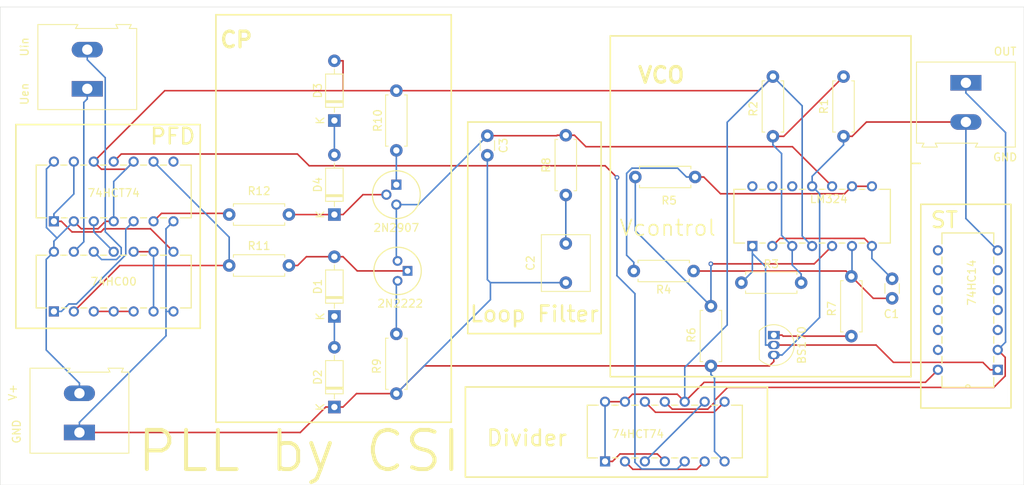
<source format=kicad_pcb>
(kicad_pcb (version 20241229) (generator "pcbnew") (generator_version "9.0")
  (layers (0 "F.Cu" signal) (2 "B.Cu" signal) (13 "F.Paste" user) (15 "B.Paste" user) (5 "F.SilkS" user "F.Silkscreen") (7 "B.SilkS" user "B.Silkscreen") (1 "F.Mask" user) (3 "B.Mask" user) (25 "Edge.Cuts" user))
  (net 0 "")
  (net 1 "Net-(D1-K)")
  (net 2 "Net-(D1-A)")
  (net 3 "+5V")
  (net 4 "Net-(D4-K)")
  (net 5 "Net-(D3-K)")
  (net 6 "Earth")
  (net 7 "Net-(Q1-G)")
  (net 8 "Net-(Q2-C)")
  (net 9 "Net-(CR2-Pad3)")
  (net 10 "Net-(Q2-E)")
  (net 11 "Net-(U2-2Y)")
  (net 12 "Net-(U2-1Y)")
  (net 13 "Net-(U2-4Y)")
  (net 14 "Net-(U2-1A)")
  (net 15 "Net-(U2-3Y)")
  (net 16 "Net-(U2-1B)")
  (net 17 "Net-(U6-1Q*)")
  (net 20 "Net-(Q1-D)")
  (net 21 "Net-(U1-1IN+)")
  (net 23 "Net-(U1-2IN+)")
  (net 24 "Net-(U1-3IN-)")
  (net 27 "Net-(U1-1IN-)")
  (net 28 "Net-(U1-2IN-)")
  (net 29 "Net-(U3-1CP)")
  (net 30 "Net-(U3-2D)")
  (net 31 "Net-(U3-1D)")
  (net 32 "Net-(U3-1Q)")
  (net 34 "Net-(C2-Pad1)")
  (net 43 "Net-(J2-Pin_2)")
  (net 44 "Net-(J2-Pin_1)")
  (net 45 "Net-(J3-Pin_1)")
  (footprint "Capacitor_THT:C_Rect_L7.0mm_W6.0mm_P5.00mm" (layer "F.Cu") (at 154 94.9999 -90)
    (property "Reference" "C2" (at 2.5 4.5 90) (layer "F.SilkS"))
    (property "Value" "470n")
    (pad "1" thru_hole circle (at 0 0 270) (size 1.6 1.6) (drill 0.8) (layers "*.Cu" "*.Mask") (net 34 "Net-(C2-Pad1)"))
    (pad "2" thru_hole circle (at 5 0 270) (size 1.6 1.6) (drill 0.8) (layers "*.Cu" "*.Mask") (net 6 "Earth"))
  )
  (footprint "Package_TO_SOT_THT:TO-92_Inline" (layer "F.Cu") (at 180.5144 106.6927 -90)
    (property "Reference" "BS170" (at 1.27 -3.56 90) (layer "F.SilkS"))
    (property "Value" "BS170")
    (pad "1" thru_hole rect (at 0 0 270) (size 1.05 1.5) (drill 0.75) (layers "*.Cu" "*.Mask") (net 20 "Net-(Q1-D)"))
    (pad "2" thru_hole oval (at 1.27 0 270) (size 1.05 1.5) (drill 0.75) (layers "*.Cu" "*.Mask") (net 7 "Net-(Q1-G)"))
    (pad "3" thru_hole oval (at 2.54 0 270) (size 1.05 1.5) (drill 0.75) (layers "*.Cu" "*.Mask") (net 6 "Earth"))
  )
  (footprint "Diode_THT:D_DO-35_SOD27_P7.62mm_Horizontal" (layer "F.Cu") (at 124.5 115.87 90)
    (property "Reference" "D2" (at 3.81 -2.12 90) (layer "F.SilkS"))
    (property "Value" "1N4148")
    (fp_text user "K" (at 0 -1.8 90) (layer "F.SilkS"))
    (pad "1" thru_hole rect (at 0 0 90) (size 1.6 1.6) (drill 0.8) (layers "*.Cu" "*.Mask") (net 6 "Earth"))
    (pad "2" thru_hole oval (at 7.62 0 90) (size 1.6 1.6) (drill 0.8) (layers "*.Cu" "*.Mask") (net 1 "Net-(D1-K)"))
  )
  (footprint "Resistor_THT:R_Axial_DIN0207_L6.3mm_D2.5mm_P7.62mm_Horizontal" (layer "F.Cu") (at 170.29 98.5149 180)
    (property "Reference" "R4" (at 3.81 -2.37 0) (layer "F.SilkS"))
    (property "Value" "56k")
    (pad "1" thru_hole circle (at 0 0 180) (size 1.6 1.6) (drill 0.8) (layers "*.Cu" "*.Mask") (net 28 "Net-(U1-2IN-)"))
    (pad "2" thru_hole oval (at 7.62 0 180) (size 1.6 1.6) (drill 0.8) (layers "*.Cu" "*.Mask") (net 24 "Net-(U1-3IN-)"))
  )
  (footprint "Resistor_THT:R_Axial_DIN0207_L6.3mm_D2.5mm_P7.62mm_Horizontal" (layer "F.Cu") (at 111.088 91.31)
    (property "Reference" "R12" (hide yes))
    (property "Value" "47k")
    (pad "1" thru_hole circle (at 0 0) (size 1.6 1.6) (drill 0.8) (layers "*.Cu" "*.Mask") (net 17 "Net-(U6-1Q*)"))
    (pad "2" thru_hole oval (at 7.62 0) (size 1.6 1.6) (drill 0.8) (layers "*.Cu" "*.Mask") (net 4 "Net-(D4-K)"))
  )
  (footprint "Diode_THT:D_DO-35_SOD27_P7.62mm_Horizontal" (layer "F.Cu") (at 124.5 91.31 90)
    (property "Reference" "D4" (at 3.81 -2.12 90) (layer "F.SilkS"))
    (property "Value" "1N4148")
    (fp_text user "K" (at 0 -1.8 90) (layer "F.SilkS"))
    (pad "1" thru_hole rect (at 0 0 90) (size 1.6 1.6) (drill 0.8) (layers "*.Cu" "*.Mask") (net 4 "Net-(D4-K)"))
    (pad "2" thru_hole oval (at 7.62 0 90) (size 1.6 1.6) (drill 0.8) (layers "*.Cu" "*.Mask") (net 5 "Net-(D3-K)"))
  )
  (footprint "Resistor_THT:R_Axial_DIN0207_L6.3mm_D2.5mm_P7.62mm_Horizontal" (layer "F.Cu") (at 132.398 114.1568 90)
    (property "Reference" "R9" (hide yes))
    (property "Value" "33k")
    (pad "1" thru_hole circle (at 0 0 90) (size 1.6 1.6) (drill 0.8) (layers "*.Cu" "*.Mask") (net 6 "Earth"))
    (pad "2" thru_hole oval (at 7.62 0 90) (size 1.6 1.6) (drill 0.8) (layers "*.Cu" "*.Mask") (net 9 "Net-(CR2-Pad3)"))
  )
  (footprint "Resistor_THT:R_Axial_DIN0207_L6.3mm_D2.5mm_P7.62mm_Horizontal" (layer "F.Cu") (at 132.398 83.12 90)
    (property "Reference" "R10" (at 3.81 -2.37 90) (layer "F.SilkS"))
    (property "Value" "33k")
    (pad "1" thru_hole circle (at 0 0 90) (size 1.6 1.6) (drill 0.8) (layers "*.Cu" "*.Mask") (net 10 "Net-(Q2-E)"))
    (pad "2" thru_hole oval (at 7.62 0 90) (size 1.6 1.6) (drill 0.8) (layers "*.Cu" "*.Mask") (net 3 "+5V"))
  )
  (footprint "Resistor_THT:R_Axial_DIN0207_L6.3mm_D2.5mm_P7.62mm_Horizontal" (layer "F.Cu") (at 180.4 73.7049 -90)
    (property "Reference" "R2" (at 4.12 2.5 90) (layer "F.SilkS"))
    (property "Value" "100k")
    (pad "1" thru_hole circle (at 0 0 270) (size 1.6 1.6) (drill 0.8) (layers "*.Cu" "*.Mask") (net 3 "+5V"))
    (pad "2" thru_hole oval (at 7.62 0 270) (size 1.6 1.6) (drill 0.8) (layers "*.Cu" "*.Mask") (net 21 "Net-(U1-1IN+)"))
  )
  (footprint "PNP 2N2907:TO-18TO-206AA_MCH" (layer "F.Cu") (at 132.398 87.5)
    (property "Reference" "Q2" (hide yes))
    (property "Value" "JANTX2N2907A" (hide yes))
    (pad "1" thru_hole rect (at 0 0) (size 1.2954 1.2954) (drill 0.7874) (layers "*.Cu" "*.Mask") (net 10 "Net-(Q2-E)"))
    (pad "2" thru_hole circle (at -1.27 1.27) (size 1.2954 1.2954) (drill 0.7874) (layers "*.Cu" "*.Mask") (net 4 "Net-(D4-K)"))
    (pad "3" thru_hole circle (at 0 2.54) (size 1.2954 1.2954) (drill 0.7874) (layers "*.Cu" "*.Mask") (net 8 "Net-(Q2-C)"))
  )
  (footprint "Diode_THT:D_DO-35_SOD27_P7.62mm_Horizontal" (layer "F.Cu") (at 124.5 104.31 90)
    (property "Reference" "D1" (at 3.81 -2.12 90) (layer "F.SilkS"))
    (property "Value" "1N4148")
    (fp_text user "K" (at 0 -1.8 90) (layer "F.SilkS"))
    (pad "1" thru_hole rect (at 0 0 90) (size 1.6 1.6) (drill 0.8) (layers "*.Cu" "*.Mask") (net 1 "Net-(D1-K)"))
    (pad "2" thru_hole oval (at 7.62 0 90) (size 1.6 1.6) (drill 0.8) (layers "*.Cu" "*.Mask") (net 2 "Net-(D1-A)"))
  )
  (footprint "TerminalBlock:TerminalBlock_Altech_AK300-2_P5.00mm" (layer "F.Cu") (at 92 119.1166 90)
    (property "Reference" "J1" (hide yes))
    (property "Value" "Screw_Terminal_01x02")
    (pad "1" thru_hole rect (at 0 0 90) (size 1.98 3.96) (drill 1.32) (layers "*.Cu" "*.Mask") (net 6 "Earth"))
    (pad "2" thru_hole oval (at 5 0 90) (size 1.98 3.96) (drill 1.32) (layers "*.Cu" "*.Mask") (net 3 "+5V"))
  )
  (footprint "Resistor_THT:R_Axial_DIN0207_L6.3mm_D2.5mm_P7.62mm_Horizontal" (layer "F.Cu") (at 162.86 86.5149)
    (property "Reference" "R5" (at 4.31 3 0) (layer "F.SilkS"))
    (property "Value" "27k")
    (pad "1" thru_hole circle (at 0 0) (size 1.6 1.6) (drill 0.8) (layers "*.Cu" "*.Mask") (net 23 "Net-(U1-2IN+)"))
    (pad "2" thru_hole oval (at 7.62 0) (size 1.6 1.6) (drill 0.8) (layers "*.Cu" "*.Mask") (net 24 "Net-(U1-3IN-)"))
  )
  (footprint "TerminalBlock:TerminalBlock_Altech_AK300-2_P5.00mm" (layer "F.Cu") (at 93 75.265 90)
    (property "Reference" "J2" (hide yes))
    (property "Value" "Screw_Terminal_01x02")
    (pad "1" thru_hole rect (at 0 0 90) (size 1.98 3.96) (drill 1.32) (layers "*.Cu" "*.Mask") (net 44 "Net-(J2-Pin_1)"))
    (pad "2" thru_hole oval (at 5 0 90) (size 1.98 3.96) (drill 1.32) (layers "*.Cu" "*.Mask") (net 43 "Net-(J2-Pin_2)"))
  )
  (footprint "Resistor_THT:R_Axial_DIN0207_L6.3mm_D2.5mm_P7.62mm_Horizontal" (layer "F.Cu") (at 154 88.8099 90)
    (property "Reference" "R8" (at 3.81 -2.5 90) (layer "F.SilkS"))
    (property "Value" "33k" (hide yes))
    (pad "1" thru_hole circle (at 0 0 90) (size 1.6 1.6) (drill 0.8) (layers "*.Cu" "*.Mask") (net 34 "Net-(C2-Pad1)"))
    (pad "2" thru_hole oval (at 7.62 0 90) (size 1.6 1.6) (drill 0.8) (layers "*.Cu" "*.Mask") (net 8 "Net-(Q2-C)"))
  )
  (footprint "Resistor_THT:R_Axial_DIN0207_L6.3mm_D2.5mm_P7.62mm_Horizontal" (layer "F.Cu") (at 176.38 100)
    (property "Reference" "R3" (at 3.81 -2.37 0) (layer "F.SilkS"))
    (property "Value" "100k")
    (pad "1" thru_hole circle (at 0 0) (size 1.6 1.6) (drill 0.8) (layers "*.Cu" "*.Mask") (net 7 "Net-(Q1-G)"))
    (pad "2" thru_hole oval (at 7.62 0) (size 1.6 1.6) (drill 0.8) (layers "*.Cu" "*.Mask") (net 21 "Net-(U1-1IN+)"))
  )
  (footprint "Diode_THT:D_DO-35_SOD27_P7.62mm_Horizontal" (layer "F.Cu") (at 124.5 79.31 90)
    (property "Reference" "D3" (at 3.81 -2.12 90) (layer "F.SilkS"))
    (property "Value" "1N4148")
    (fp_text user "K" (at 0 -1.8 90) (layer "F.SilkS"))
    (pad "1" thru_hole rect (at 0 0 90) (size 1.6 1.6) (drill 0.8) (layers "*.Cu" "*.Mask") (net 5 "Net-(D3-K)"))
    (pad "2" thru_hole oval (at 7.62 0 90) (size 1.6 1.6) (drill 0.8) (layers "*.Cu" "*.Mask") (net 3 "+5V"))
  )
  (footprint "LM324:N14" (layer "F.Cu") (at 177.78 95.3249 90)
    (property "Reference" "U1" (hide yes))
    (property "Value" "LM324AN" (hide yes))
    (pad "1" thru_hole rect (at 0 0 90) (size 1.2954 1.2954) (drill 0.7874) (layers "*.Cu" "*.Mask") (net 7 "Net-(Q1-G)"))
    (pad "2" thru_hole circle (at 0 2.54 90) (size 1.2954 1.2954) (drill 0.7874) (layers "*.Cu" "*.Mask") (net 27 "Net-(U1-1IN-)"))
    (pad "3" thru_hole circle (at 0 5.08 90) (size 1.2954 1.2954) (drill 0.7874) (layers "*.Cu" "*.Mask") (net 21 "Net-(U1-1IN+)"))
    (pad "4" thru_hole circle (at 0 7.62 90) (size 1.2954 1.2954) (drill 0.7874) (layers "*.Cu" "*.Mask") (net 3 "+5V"))
    (pad "5" thru_hole circle (at 0 10.16 90) (size 1.2954 1.2954) (drill 0.7874) (layers "*.Cu" "*.Mask") (net 23 "Net-(U1-2IN+)"))
    (pad "6" thru_hole circle (at 0 12.7 90) (size 1.2954 1.2954) (drill 0.7874) (layers "*.Cu" "*.Mask") (net 28 "Net-(U1-2IN-)"))
    (pad "7" thru_hole circle (at 0 15.24 90) (size 1.2954 1.2954) (drill 0.7874) (layers "*.Cu" "*.Mask") (net 27 "Net-(U1-1IN-)"))
    (pad "8" thru_hole circle (at 7.62 15.24 90) (size 1.2954 1.2954) (drill 0.7874) (layers "*.Cu" "*.Mask") (net 24 "Net-(U1-3IN-)"))
    (pad "9" thru_hole circle (at 7.62 12.7 90) (size 1.2954 1.2954) (drill 0.7874) (layers "*.Cu" "*.Mask") (net 24 "Net-(U1-3IN-)"))
    (pad "10" thru_hole circle (at 7.62 10.16 90) (size 1.2954 1.2954) (drill 0.7874) (layers "*.Cu" "*.Mask") (net 8 "Net-(Q2-C)"))
    (pad "11" thru_hole circle (at 7.62 7.62 90) (size 1.2954 1.2954) (drill 0.7874) (layers "*.Cu" "*.Mask") (net 6 "Earth"))
    (pad "12" thru_hole circle (at 7.62 5.08 90) (size 1.2954 1.2954) (drill 0.7874) (layers "*.Cu" "*.Mask"))
    (pad "13" thru_hole circle (at 7.62 2.54 90) (size 1.2954 1.2954) (drill 0.7874) (layers "*.Cu" "*.Mask"))
    (pad "14" thru_hole circle (at 7.62 0 90) (size 1.2954 1.2954) (drill 0.7874) (layers "*.Cu" "*.Mask"))
  )
  (footprint "HCT74:SOT27-1_NEX" (layer "F.Cu") (at 88.748 103.672 90)
    (property "Reference" "U2" (hide yes))
    (property "Value" "74HC00N" (hide yes))
    (pad "1" thru_hole rect (at 0 0 90) (size 1.2954 1.2954) (drill 0.7874) (layers "*.Cu" "*.Mask") (net 14 "Net-(U2-1A)"))
    (pad "2" thru_hole circle (at 0 2.54 90) (size 1.2954 1.2954) (drill 0.7874) (layers "*.Cu" "*.Mask") (net 16 "Net-(U2-1B)"))
    (pad "3" thru_hole circle (at 0 5.08 90) (size 1.2954 1.2954) (drill 0.7874) (layers "*.Cu" "*.Mask") (net 12 "Net-(U2-1Y)"))
    (pad "4" thru_hole circle (at 0 7.62 90) (size 1.2954 1.2954) (drill 0.7874) (layers "*.Cu" "*.Mask") (net 12 "Net-(U2-1Y)"))
    (pad "5" thru_hole circle (at 0 10.16 90) (size 1.2954 1.2954) (drill 0.7874) (layers "*.Cu" "*.Mask") (net 12 "Net-(U2-1Y)"))
    (pad "6" thru_hole circle (at 0 12.7 90) (size 1.2954 1.2954) (drill 0.7874) (layers "*.Cu" "*.Mask") (net 11 "Net-(U2-2Y)"))
    (pad "7" thru_hole circle (at 0 15.24 90) (size 1.2954 1.2954) (drill 0.7874) (layers "*.Cu" "*.Mask") (net 6 "Earth"))
    (pad "8" thru_hole circle (at 7.62 15.24 90) (size 1.2954 1.2954) (drill 0.7874) (layers "*.Cu" "*.Mask") (net 15 "Net-(U2-3Y)"))
    (pad "9" thru_hole circle (at 7.62 12.7 90) (size 1.2954 1.2954) (drill 0.7874) (layers "*.Cu" "*.Mask") (net 11 "Net-(U2-2Y)"))
    (pad "10" thru_hole circle (at 7.62 10.16 90) (size 1.2954 1.2954) (drill 0.7874) (layers "*.Cu" "*.Mask") (net 11 "Net-(U2-2Y)"))
    (pad "11" thru_hole circle (at 7.62 7.62 90) (size 1.2954 1.2954) (drill 0.7874) (layers "*.Cu" "*.Mask") (net 13 "Net-(U2-4Y)"))
    (pad "12" thru_hole circle (at 7.62 5.08 90) (size 1.2954 1.2954) (drill 0.7874) (layers "*.Cu" "*.Mask") (net 43 "Net-(J2-Pin_2)"))
    (pad "13" thru_hole circle (at 7.62 2.54 90) (size 1.2954 1.2954) (drill 0.7874) (layers "*.Cu" "*.Mask") (net 44 "Net-(J2-Pin_1)"))
    (pad "14" thru_hole circle (at 7.62 0 90) (size 1.2954 1.2954) (drill 0.7874) (layers "*.Cu" "*.Mask") (net 3 "+5V"))
  )
  (footprint "Resistor_THT:R_Axial_DIN0207_L6.3mm_D2.5mm_P7.62mm_Horizontal" (layer "F.Cu") (at 111.088 97.81)
    (property "Reference" "R11" (hide yes))
    (property "Value" "47k")
    (pad "1" thru_hole circle (at 0 0) (size 1.6 1.6) (drill 0.8) (layers "*.Cu" "*.Mask") (net 16 "Net-(U2-1B)"))
    (pad "2" thru_hole oval (at 7.62 0) (size 1.6 1.6) (drill 0.8) (layers "*.Cu" "*.Mask") (net 2 "Net-(D1-A)"))
  )
  (footprint "NPN 2N2222:TO-18_STM" (layer "F.Cu") (at 133.8248 98.5 180)
    (property "Reference" "CR2" (hide yes))
    (property "Value" "2N2222A" (hide yes))
    (pad "1" thru_hole rect (at 0 0 180) (size 1.2446 1.2446) (drill 0.7366) (layers "*.Cu" "*.Mask") (net 2 "Net-(D1-A)"))
    (pad "2" thru_hole circle (at 1.27 1.27 180) (size 1.2446 1.2446) (drill 0.7366) (layers "*.Cu" "*.Mask") (net 8 "Net-(Q2-C)"))
    (pad "3" thru_hole circle (at 1.27 -1.27 180) (size 1.2446 1.2446) (drill 0.7366) (layers "*.Cu" "*.Mask") (net 9 "Net-(CR2-Pad3)"))
  )
  (footprint "Capacitor_THT:C_Disc_D3.0mm_W1.6mm_P2.50mm" (layer "F.Cu") (at 195.595 102 90)
    (property "Reference" "C1" (hide yes))
    (property "Value" "1n")
    (pad "1" thru_hole circle (at 0 0 90) (size 1.6 1.6) (drill 0.8) (layers "*.Cu" "*.Mask") (net 28 "Net-(U1-2IN-)"))
    (pad "2" thru_hole circle (at 2.5 0 90) (size 1.6 1.6) (drill 0.8) (layers "*.Cu" "*.Mask") (net 27 "Net-(U1-1IN-)"))
  )
  (footprint "Resistor_THT:R_Axial_DIN0207_L6.3mm_D2.5mm_P7.62mm_Horizontal" (layer "F.Cu") (at 190.4 99.2049 -90)
    (property "Reference" "R7" (at 4.12 2.5 90) (layer "F.SilkS"))
    (property "Value" "27k")
    (pad "1" thru_hole circle (at 0 0 270) (size 1.6 1.6) (drill 0.8) (layers "*.Cu" "*.Mask") (net 28 "Net-(U1-2IN-)"))
    (pad "2" thru_hole oval (at 7.62 0 270) (size 1.6 1.6) (drill 0.8) (layers "*.Cu" "*.Mask") (net 20 "Net-(Q1-D)"))
  )
  (footprint "TerminalBlock:TerminalBlock_Altech_AK300-2_P5.00mm" (layer "F.Cu") (at 205 74.5 -90)
    (property "Reference" "J3" (hide yes))
    (property "Value" "Screw_Terminal_01x02")
    (pad "1" thru_hole rect (at 0 0 270) (size 1.98 3.96) (drill 1.32) (layers "*.Cu" "*.Mask") (net 45 "Net-(J3-Pin_1)"))
    (pad "2" thru_hole oval (at 5 0 270) (size 1.98 3.96) (drill 1.32) (layers "*.Cu" "*.Mask") (net 6 "Earth"))
  )
  (footprint "Resistor_THT:R_Axial_DIN0207_L6.3mm_D2.5mm_P7.62mm_Horizontal" (layer "F.Cu") (at 189.4 73.7049 -90)
    (property "Reference" "R1" (at 3.81 2.5 90) (layer "F.SilkS"))
    (property "Value" "100k")
    (pad "1" thru_hole circle (at 0 0 270) (size 1.6 1.6) (drill 0.8) (layers "*.Cu" "*.Mask") (net 21 "Net-(U1-1IN+)"))
    (pad "2" thru_hole oval (at 7.62 0 270) (size 1.6 1.6) (drill 0.8) (layers "*.Cu" "*.Mask") (net 6 "Earth"))
  )
  (footprint "74HC14:N14" (layer "F.Cu") (at 201.44 95.8799 180)
    (property "Reference" "U4" (hide yes))
    (property "Value" "SN74HC14N" (hide yes))
    (pad "1" thru_hole rect (at -7.62 -15.24 180) (size 1.2954 1.2954) (drill 0.7874) (layers "*.Cu" "*.Mask") (net 7 "Net-(Q1-G)"))
    (pad "2" thru_hole circle (at -7.62 -12.7 180) (size 1.2954 1.2954) (drill 0.7874) (layers "*.Cu" "*.Mask") (net 45 "Net-(J3-Pin_1)"))
    (pad "3" thru_hole circle (at -7.62 -10.16 180) (size 1.2954 1.2954) (drill 0.7874) (layers "*.Cu" "*.Mask"))
    (pad "4" thru_hole circle (at -7.62 -7.62 180) (size 1.2954 1.2954) (drill 0.7874) (layers "*.Cu" "*.Mask"))
    (pad "5" thru_hole circle (at -7.62 -5.08 180) (size 1.2954 1.2954) (drill 0.7874) (layers "*.Cu" "*.Mask"))
    (pad "6" thru_hole circle (at -7.62 -2.54 180) (size 1.2954 1.2954) (drill 0.7874) (layers "*.Cu" "*.Mask"))
    (pad "7" thru_hole circle (at -7.62 0 180) (size 1.2954 1.2954) (drill 0.7874) (layers "*.Cu" "*.Mask") (net 6 "Earth"))
    (pad "8" thru_hole circle (at 0 0 180) (size 1.2954 1.2954) (drill 0.7874) (layers "*.Cu" "*.Mask"))
    (pad "9" thru_hole circle (at 0 -2.54 180) (size 1.2954 1.2954) (drill 0.7874) (layers "*.Cu" "*.Mask"))
    (pad "10" thru_hole circle (at 0 -5.08 180) (size 1.2954 1.2954) (drill 0.7874) (layers "*.Cu" "*.Mask"))
    (pad "11" thru_hole circle (at 0 -7.62 180) (size 1.2954 1.2954) (drill 0.7874) (layers "*.Cu" "*.Mask"))
    (pad "12" thru_hole circle (at 0 -10.16 180) (size 1.2954 1.2954) (drill 0.7874) (layers "*.Cu" "*.Mask"))
    (pad "13" thru_hole circle (at 0 -12.7 180) (size 1.2954 1.2954) (drill 0.7874) (layers "*.Cu" "*.Mask"))
    (pad "14" thru_hole circle (at 0 -15.24 180) (size 1.2954 1.2954) (drill 0.7874) (layers "*.Cu" "*.Mask") (net 3 "+5V"))
  )
  (footprint "HCT74:SOT27-1_NEX" (layer "F.Cu") (at 88.748 92.172 90)
    (property "Reference" "U6" (hide yes))
    (property "Value" "74HCT74N" (hide yes))
    (pad "1" thru_hole rect (at 0 0 90) (size 1.2954 1.2954) (drill 0.7874) (layers "*.Cu" "*.Mask") (net 15 "Net-(U2-3Y)"))
    (pad "2" thru_hole circle (at 0 2.54 90) (size 1.2954 1.2954) (drill 0.7874) (layers "*.Cu" "*.Mask") (net 3 "+5V"))
    (pad "3" thru_hole circle (at 0 5.08 90) (size 1.2954 1.2954) (drill 0.7874) (layers "*.Cu" "*.Mask") (net 13 "Net-(U2-4Y)"))
    (pad "4" thru_hole circle (at 0 7.62 90) (size 1.2954 1.2954) (drill 0.7874) (layers "*.Cu" "*.Mask") (net 3 "+5V"))
    (pad "5" thru_hole circle (at 0 10.16 90) (size 1.2954 1.2954) (drill 0.7874) (layers "*.Cu" "*.Mask") (net 14 "Net-(U2-1A)"))
    (pad "6" thru_hole circle (at 0 12.7 90) (size 1.2954 1.2954) (drill 0.7874) (layers "*.Cu" "*.Mask") (net 17 "Net-(U6-1Q*)"))
    (pad "7" thru_hole circle (at 0 15.24 90) (size 1.2954 1.2954) (drill 0.7874) (layers "*.Cu" "*.Mask") (net 6 "Earth"))
    (pad "8" thru_hole circle (at 7.62 15.24 90) (size 1.2954 1.2954) (drill 0.7874) (layers "*.Cu" "*.Mask"))
    (pad "9" thru_hole circle (at 7.62 12.7 90) (size 1.2954 1.2954) (drill 0.7874) (layers "*.Cu" "*.Mask") (net 16 "Net-(U2-1B)"))
    (pad "10" thru_hole circle (at 7.62 10.16 90) (size 1.2954 1.2954) (drill 0.7874) (layers "*.Cu" "*.Mask") (net 3 "+5V"))
    (pad "11" thru_hole circle (at 7.62 7.62 90) (size 1.2954 1.2954) (drill 0.7874) (layers "*.Cu" "*.Mask") (net 32 "Net-(U3-1Q)"))
    (pad "12" thru_hole circle (at 7.62 5.08 90) (size 1.2954 1.2954) (drill 0.7874) (layers "*.Cu" "*.Mask") (net 3 "+5V"))
    (pad "13" thru_hole circle (at 7.62 2.54 90) (size 1.2954 1.2954) (drill 0.7874) (layers "*.Cu" "*.Mask") (net 15 "Net-(U2-3Y)"))
    (pad "14" thru_hole circle (at 7.62 0 90) (size 1.2954 1.2954) (drill 0.7874) (layers "*.Cu" "*.Mask") (net 3 "+5V"))
  )
  (footprint "HCT74:SOT27-1_NEX" (layer "F.Cu") (at 159 122.81 90)
    (property "Reference" "U3" (hide yes))
    (property "Value" "74HCT74N" (hide yes))
    (pad "1" thru_hole rect (at 0 0 90) (size 1.2954 1.2954) (drill 0.7874) (layers "*.Cu" "*.Mask") (net 3 "+5V"))
    (pad "2" thru_hole circle (at 0 2.54 90) (size 1.2954 1.2954) (drill 0.7874) (layers "*.Cu" "*.Mask") (net 31 "Net-(U3-1D)"))
    (pad "3" thru_hole circle (at 0 5.08 90) (size 1.2954 1.2954) (drill 0.7874) (layers "*.Cu" "*.Mask") (net 29 "Net-(U3-1CP)"))
    (pad "4" thru_hole circle (at 0 7.62 90) (size 1.2954 1.2954) (drill 0.7874) (layers "*.Cu" "*.Mask") (net 3 "+5V"))
    (pad "5" thru_hole circle (at 0 10.16 90) (size 1.2954 1.2954) (drill 0.7874) (layers "*.Cu" "*.Mask") (net 32 "Net-(U3-1Q)"))
    (pad "6" thru_hole circle (at 0 12.7 90) (size 1.2954 1.2954) (drill 0.7874) (layers "*.Cu" "*.Mask") (net 31 "Net-(U3-1D)"))
    (pad "7" thru_hole circle (at 0 15.24 90) (size 1.2954 1.2954) (drill 0.7874) (layers "*.Cu" "*.Mask") (net 6 "Earth"))
    (pad "8" thru_hole circle (at 7.62 15.24 90) (size 1.2954 1.2954) (drill 0.7874) (layers "*.Cu" "*.Mask") (net 30 "Net-(U3-2D)"))
    (pad "9" thru_hole circle (at 7.62 12.7 90) (size 1.2954 1.2954) (drill 0.7874) (layers "*.Cu" "*.Mask") (net 29 "Net-(U3-1CP)"))
    (pad "10" thru_hole circle (at 7.62 10.16 90) (size 1.2954 1.2954) (drill 0.7874) (layers "*.Cu" "*.Mask") (net 3 "+5V"))
    (pad "11" thru_hole circle (at 7.62 7.62 90) (size 1.2954 1.2954) (drill 0.7874) (layers "*.Cu" "*.Mask") (net 45 "Net-(J3-Pin_1)"))
    (pad "12" thru_hole circle (at 7.62 5.08 90) (size 1.2954 1.2954) (drill 0.7874) (layers "*.Cu" "*.Mask") (net 30 "Net-(U3-2D)"))
    (pad "13" thru_hole circle (at 7.62 2.54 90) (size 1.2954 1.2954) (drill 0.7874) (layers "*.Cu" "*.Mask") (net 3 "+5V"))
    (pad "14" thru_hole circle (at 7.62 0 90) (size 1.2954 1.2954) (drill 0.7874) (layers "*.Cu" "*.Mask") (net 3 "+5V"))
  )
  (footprint "Resistor_THT:R_Axial_DIN0207_L6.3mm_D2.5mm_P7.62mm_Horizontal" (layer "F.Cu") (at 172.5 103 -90)
    (property "Reference" "R6" (at 3.69 2.5 90) (layer "F.SilkS"))
    (property "Value" "27k")
    (pad "1" thru_hole circle (at 0 0 270) (size 1.6 1.6) (drill 0.8) (layers "*.Cu" "*.Mask") (net 23 "Net-(U1-2IN+)"))
    (pad "2" thru_hole oval (at 7.62 0 270) (size 1.6 1.6) (drill 0.8) (layers "*.Cu" "*.Mask") (net 6 "Earth"))
  )
  (footprint "Capacitor_THT:C_Disc_D3.0mm_W1.6mm_P2.50mm" (layer "F.Cu") (at 144 81.2499 -90)
    (property "Reference" "C3" (at 1.25 -2.05 90) (layer "F.SilkS"))
    (property "Value" "47n")
    (pad "1" thru_hole circle (at 0 0 270) (size 1.6 1.6) (drill 0.8) (layers "*.Cu" "*.Mask") (net 8 "Net-(Q2-C)"))
    (pad "2" thru_hole circle (at 2.5 0 270) (size 1.6 1.6) (drill 0.8) (layers "*.Cu" "*.Mask") (net 6 "Earth"))
  )
  (gr_line (start 159.67 68.51495) (end 198 68.51495) (stroke (width 0.2)) (layer "F.SilkS"))
  (gr_rect (start 141.5 79.5) (end 158.5 106.5) (stroke (width 0.2)) (fill no) (layer "F.SilkS"))
  (gr_line (start 159.67 112) (end 159.67 68.51495) (stroke (width 0.2)) (layer "F.SilkS"))
  (gr_line (start 198 68.5) (end 198 112) (stroke (width 0.2)) (layer "F.SilkS"))
  (gr_rect (start 83.9 79.82495) (end 107.4 105.82495) (stroke (width 0.2)) (fill no) (layer "F.SilkS"))
  (gr_line (start 198 112) (end 159.67 112) (stroke (width 0.2)) (layer "F.SilkS"))
  (gr_rect (start 199.25 90) (end 210.75 116) (stroke (width 0.2)) (fill no) (layer "F.SilkS"))
  (gr_rect (start 109.398 65.81005) (end 139.398 117.81005) (stroke (width 0.2)) (fill no) (layer "F.SilkS"))
  (gr_rect (start 141.2 113.31) (end 179.7 124.81) (stroke (width 0.2)) (fill no) (layer "F.SilkS"))
  (gr_line (start 198.17 84.77995) (end 199.17 84.77995) (stroke (width 0.2)) (layer "F.SilkS"))
  (gr_rect (start 81.9 64.82495) (end 212.4 125.82495) (stroke (width 0.05)) (fill no) (layer "Edge.Cuts"))
  (gr_text "2N2907" (at 132.398 93 0) (layer "F.SilkS") (effects (font (size 1 1))))
  (gr_text "PLL by CSI" (at 120 121.5 0) (layer "F.SilkS") (effects (font (size 5 5) (thickness 0.5))))
  (gr_text "Loop Filter" (at 150 104 0) (layer "F.SilkS") (effects (font (size 2 2) (thickness 0.3))))
  (gr_text "74HC00\n" (at 96.368 99.86205 0) (layer "F.SilkS") (effects (font (size 1 1))))
  (gr_text "OUT" (at 210 70.5 0) (layer "F.SilkS") (effects (font (size 1 1))))
  (gr_text "V+" (at 83.5 114 90) (layer "F.SilkS") (effects (font (size 1 1))))
  (gr_text "Uin" (at 85 69.9176 90) (layer "F.SilkS") (effects (font (size 1 1))))
  (gr_text "C1" (at 195.5 104 0) (layer "F.SilkS") (effects (font (size 1 1))))
  (gr_text "74HCT74\n" (at 163.2 119.31 0) (layer "F.SilkS") (effects (font (size 1 1))))
  (gr_text "GND" (at 210 84 0) (layer "F.SilkS") (effects (font (size 1 1))))
  (gr_text "VCO\n" (at 166.17 73.51495 0) (layer "F.SilkS") (effects (font (size 2 2) (thickness 0.4) (bold yes))))
  (gr_text "CP" (at 112 69 0) (layer "F.SilkS") (effects (font (size 2 2) (thickness 0.4) (bold yes))))
  (gr_text "R9" (at 129.898 110.65685 90) (layer "F.SilkS") (effects (font (size 1 1))))
  (gr_text "R12" (at 114.898 88.31005 0) (layer "F.SilkS") (effects (font (size 1 1))))
  (gr_text "ST" (at 202.25 92 0) (layer "F.SilkS") (effects (font (size 2 2) (thickness 0.3))))
  (gr_text "Divider" (at 149.031 119.8255 0) (layer "F.SilkS") (effects (font (size 2 2) (thickness 0.3))))
  (gr_text "2N2222" (at 132.898 102.65685 0) (layer "F.SilkS") (effects (font (size 1 1))))
  (gr_text "PFD" (at 103.9 81.32495 0) (layer "F.SilkS") (effects (font (size 2 2) (thickness 0.3))))
  (gr_text "74HCT74\n" (at 96.368 88.55205 0) (layer "F.SilkS") (effects (font (size 1 1))))
  (gr_text "74HC14" (at 205.75 100 90) (layer "F.SilkS") (effects (font (size 1 1))))
  (gr_text "R11" (at 114.898 95.31005 0) (layer "F.SilkS") (effects (font (size 1 1))))
  (gr_text "LM324" (at 187.52 89.32495 0) (layer "F.SilkS") (effects (font (size 1 1))))
  (gr_text "Vcontrol" (at 166.98 93.01495 0) (layer "F.SilkS") (effects (font (size 2 2) (thickness 0.2))))
  (gr_text "Uen" (at 85 75.9176 90) (layer "F.SilkS") (effects (font (size 1 1))))
  (gr_text "GND\n" (at 84 119 90) (layer "F.SilkS") (effects (font (size 1 1))))
  (segment (start 124.5 108.25) (end 124.5 104.31) (width 0.2) (layer "B.Cu") (net 1))
  (segment (start 120.9297 96.69) (end 119.8097 97.81) (width 0.2) (layer "F.Cu") (net 2))
  (segment (start 125.0509 96.69) (end 125.6017 96.69) (width 0.2) (layer "F.Cu") (net 2))
  (segment (start 118.708 97.81) (end 119.8097 97.81) (width 0.2) (layer "F.Cu") (net 2))
  (segment (start 133.8248 98.5) (end 127.4117 98.5) (width 0.2) (layer "F.Cu") (net 2))
  (segment (start 124.5 96.69) (end 120.9297 96.69) (width 0.2) (layer "F.Cu") (net 2))
  (segment (start 125.0509 96.69) (end 124.5 96.69) (width 0.2) (layer "F.Cu") (net 2))
  (segment (start 127.4117 98.5) (end 125.6017 96.69) (width 0.2) (layer "F.Cu") (net 2))
  (segment (start 125.6017 71.69) (end 125.6017 75.5) (width 0.2) (layer "F.Cu") (net 3))
  (segment (start 125.6017 75.5) (end 132.398 75.5) (width 0.2) (layer "F.Cu") (net 3))
  (segment (start 171.6324 112.7176) (end 169.16 115.19) (width 0.2) (layer "F.Cu") (net 3))
  (segment (start 168.2036 114.2336) (end 162.4964 114.2336) (width 0.2) (layer "F.Cu") (net 3))
  (segment (start 92.2374 93.1214) (end 94.3757 93.1214) (width 0.2) (layer "F.Cu") (net 3))
  (segment (start 124.5 71.69) (end 125.6017 71.69) (width 0.2) (layer "F.Cu") (net 3))
  (segment (start 166.62 122.81) (end 165.6706 121.8606) (width 0.2) (layer "F.Cu") (net 3))
  (segment (start 159 122.81) (end 159.9494 122.81) (width 0.2) (layer "F.Cu") (net 3))
  (segment (start 93.828 84.552) (end 94.8018 85.5258) (width 0.2) (layer "F.Cu") (net 3))
  (segment (start 91.288 92.172) (end 92.2374 93.1214) (width 0.2) (layer "F.Cu") (net 3))
  (segment (start 178.6049 75.5) (end 180.4 73.7049) (width 0.2) (layer "F.Cu") (net 3))
  (segment (start 169.16 115.19) (end 168.2036 114.2336) (width 0.2) (layer "F.Cu") (net 3))
  (segment (start 97.9342 85.5258) (end 98.908 84.552) (width 0.2) (layer "F.Cu") (net 3))
  (segment (start 201.44 111.1199) (end 199.8423 112.7176) (width 0.2) (layer "F.Cu") (net 3))
  (segment (start 132.398 75.5) (end 178.6049 75.5) (width 0.2) (layer "F.Cu") (net 3))
  (segment (start 159 115.19) (end 161.54 115.19) (width 0.2) (layer "F.Cu") (net 3))
  (segment (start 165.6706 121.8606) (end 160.8988 121.8606) (width 0.2) (layer "F.Cu") (net 3))
  (segment (start 95.3251 92.172) (end 96.368 92.172) (width 0.2) (layer "F.Cu") (net 3))
  (segment (start 102.88 75.5) (end 125.6017 75.5) (width 0.2) (layer "F.Cu") (net 3))
  (segment (start 94.8018 85.5258) (end 97.9342 85.5258) (width 0.2) (layer "F.Cu") (net 3))
  (segment (start 93.828 84.552) (end 102.88 75.5) (width 0.2) (layer "F.Cu") (net 3))
  (segment (start 162.4964 114.2336) (end 161.54 115.19) (width 0.2) (layer "F.Cu") (net 3))
  (segment (start 199.8423 112.7176) (end 171.6324 112.7176) (width 0.2) (layer "F.Cu") (net 3))
  (segment (start 94.3757 93.1214) (end 95.3251 92.172) (width 0.2) (layer "F.Cu") (net 3))
  (segment (start 160.8988 121.8606) (end 159.9494 122.81) (width 0.2) (layer "F.Cu") (net 3))
  (segment (start 96.368 87.092) (end 96.368 92.172) (width 0.2) (layer "B.Cu") (net 3))
  (segment (start 169.16 110.8102) (end 169.16 115.19) (width 0.2) (layer "B.Cu") (net 3))
  (segment (start 180.4 73.7049) (end 174.5704 79.5345) (width 0.2) (layer "B.Cu") (net 3))
  (segment (start 87.7674 108.5923) (end 87.7674 97.0326) (width 0.2) (layer "B.Cu") (net 3))
  (segment (start 184.13 94.0549) (end 185.4 95.3249) (width 0.2) (layer "B.Cu") (net 3))
  (segment (start 159 115.19) (end 159 122.81) (width 0.2) (layer "B.Cu") (net 3))
  (segment (start 98.908 84.552) (end 96.368 87.092) (width 0.2) (layer "B.Cu") (net 3))
  (segment (start 184.13 77.4349) (end 184.13 94.0549) (width 0.2) (layer "B.Cu") (net 3))
  (segment (start 87.7674 97.0326) (end 88.748 96.052) (width 0.2) (layer "B.Cu") (net 3))
  (segment (start 180.4 73.7049) (end 184.13 77.4349) (width 0.2) (layer "B.Cu") (net 3))
  (segment (start 174.5704 105.3998) (end 169.16 110.8102) (width 0.2) (layer "B.Cu") (net 3))
  (segment (start 89.1449 94.3151) (end 88.748 94.712) (width 0.2) (layer "B.Cu") (net 3))
  (segment (start 91.288 92.172) (end 89.1449 94.3151) (width 0.2) (layer "B.Cu") (net 3))
  (segment (start 88.748 84.552) (end 87.7986 85.5014) (width 0.2) (layer "B.Cu") (net 3))
  (segment (start 92 114.1166) (end 92 112.8249) (width 0.2) (layer "B.Cu") (net 3))
  (segment (start 87.7986 85.5014) (end 87.7986 92.9688) (width 0.2) (layer "B.Cu") (net 3))
  (segment (start 92 112.8249) (end 87.7674 108.5923) (width 0.2) (layer "B.Cu") (net 3))
  (segment (start 88.748 94.712) (end 88.748 96.052) (width 0.2) (layer "B.Cu") (net 3))
  (segment (start 174.5704 79.5345) (end 174.5704 105.3998) (width 0.2) (layer "B.Cu") (net 3))
  (segment (start 87.7986 92.9688) (end 89.1449 94.3151) (width 0.2) (layer "B.Cu") (net 3))
  (segment (start 128.1417 88.77) (end 125.6017 91.31) (width 0.2) (layer "F.Cu") (net 4))
  (segment (start 124.5 91.31) (end 125.6017 91.31) (width 0.2) (layer "F.Cu") (net 4))
  (segment (start 124.5 91.31) (end 118.708 91.31) (width 0.2) (layer "F.Cu") (net 4))
  (segment (start 131.128 88.77) (end 128.1417 88.77) (width 0.2) (layer "F.Cu") (net 4))
  (segment (start 124.5 83.69) (end 124.5 79.31) (width 0.2) (layer "B.Cu") (net 5))
  (segment (start 132.398 114.1568) (end 127.3149 114.1568) (width 0.2) (layer "F.Cu") (net 6))
  (segment (start 172.5 110.62) (end 135.9348 110.62) (width 0.2) (layer "F.Cu") (net 6))
  (segment (start 180.5144 110.0594) (end 179.9538 110.62) (width 0.2) (layer "F.Cu") (net 6))
  (segment (start 189.4 81.3249) (end 190.5017 81.3249) (width 0.2) (layer "F.Cu") (net 6))
  (segment (start 205 79.5) (end 192.3266 79.5) (width 0.2) (layer "F.Cu") (net 6))
  (segment (start 179.9538 110.62) (end 172.5 110.62) (width 0.2) (layer "F.Cu") (net 6))
  (segment (start 120.1517 119.1166) (end 123.3983 115.87) (width 0.2) (layer "F.Cu") (net 6))
  (segment (start 124.5 115.87) (end 123.3983 115.87) (width 0.2) (layer "F.Cu") (net 6))
  (segment (start 192.3266 79.5) (end 190.5017 81.3249) (width 0.2) (layer "F.Cu") (net 6))
  (segment (start 127.3149 114.1568) (end 125.6017 115.87) (width 0.2) (layer "F.Cu") (net 6))
  (segment (start 135.9348 110.62) (end 132.398 114.1568) (width 0.2) (layer "F.Cu") (net 6))
  (segment (start 180.5144 109.2327) (end 180.5144 110.0594) (width 0.2) (layer "F.Cu") (net 6))
  (segment (start 92 119.1166) (end 120.1517 119.1166) (width 0.2) (layer "F.Cu") (net 6))
  (segment (start 124.5 115.87) (end 125.6017 115.87) (width 0.2) (layer "F.Cu") (net 6))
  (segment (start 172.9567 112.1784) (end 172.9567 121.5267) (width 0.2) (layer "B.Cu") (net 6))
  (segment (start 103.0356 103.672) (end 103.0356 106.7893) (width 0.2) (layer "B.Cu") (net 6))
  (segment (start 92 119.1166) (end 92 117.8249) (width 0.2) (layer "B.Cu") (net 6))
  (segment (start 154 99.9999) (end 144.3906 99.9999) (width 0.2) (layer "B.Cu") (net 6))
  (segment (start 189.4 81.3249) (end 189.4 82.4266) (width 0.2) (layer "B.Cu") (net 6))
  (segment (start 144 99.6093) (end 144.3906 99.9999) (width 0.2) (layer "B.Cu") (net 6))
  (segment (start 103.0356 106.7893) (end 92 117.8249) (width 0.2) (layer "B.Cu") (net 6))
  (segment (start 172.5 111.7217) (end 172.9567 112.1784) (width 0.2) (layer "B.Cu") (net 6))
  (segment (start 205 79.5) (end 205 91.8199) (width 0.2) (layer "B.Cu") (net 6))
  (segment (start 144.3906 99.9999) (end 144.3906 102.1642) (width 0.2) (layer "B.Cu") (net 6))
  (segment (start 186.3525 88.6574) (end 185.4 87.7049) (width 0.2) (layer "B.Cu") (net 6))
  (segment (start 103.988 103.672) (end 103.0356 103.672) (width 0.2) (layer "B.Cu") (net 6))
  (segment (start 181.5661 109.2327) (end 186.3525 104.4463) (width 0.2) (layer "B.Cu") (net 6))
  (segment (start 144.3906 102.1642) (end 132.398 114.1568) (width 0.2) (layer "B.Cu") (net 6))
  (segment (start 144 83.7499) (end 144 99.6093) (width 0.2) (layer "B.Cu") (net 6))
  (segment (start 189.4 82.4266) (end 185.4 86.4266) (width 0.2) (layer "B.Cu") (net 6))
  (segment (start 172.9567 121.5267) (end 174.24 122.81) (width 0.2) (layer "B.Cu") (net 6))
  (segment (start 172.5 110.62) (end 172.5 111.7217) (width 0.2) (layer "B.Cu") (net 6))
  (segment (start 185.4 86.4266) (end 185.4 87.7049) (width 0.2) (layer "B.Cu") (net 6))
  (segment (start 180.5144 109.2327) (end 181.5661 109.2327) (width 0.2) (layer "B.Cu") (net 6))
  (segment (start 103.0356 93.1244) (end 103.0356 103.672) (width 0.2) (layer "B.Cu") (net 6))
  (segment (start 205 91.8199) (end 209.06 95.8799) (width 0.2) (layer "B.Cu") (net 6))
  (segment (start 186.3525 104.4463) (end 186.3525 88.6574) (width 0.2) (layer "B.Cu") (net 6))
  (segment (start 103.988 92.172) (end 103.0356 93.1244) (width 0.2) (layer "B.Cu") (net 6))
  (segment (start 195.7632 110.1705) (end 207.1612 110.1705) (width 0.2) (layer "F.Cu") (net 7))
  (segment (start 193.5554 107.9627) (end 195.7632 110.1705) (width 0.2) (layer "F.Cu") (net 7))
  (segment (start 207.1612 110.1705) (end 208.1106 111.1199) (width 0.2) (layer "F.Cu") (net 7))
  (segment (start 180.5144 107.9627) (end 193.5554 107.9627) (width 0.2) (layer "F.Cu") (net 7))
  (segment (start 209.06 111.1199) (end 208.1106 111.1199) (width 0.2) (layer "F.Cu") (net 7))
  (segment (start 179.4627 97.957) (end 177.78 96.2743) (width 0.2) (layer "B.Cu") (net 7))
  (segment (start 177.78 98.6) (end 177.78 96.2743) (width 0.2) (layer "B.Cu") (net 7))
  (segment (start 176.38 100) (end 177.78 98.6) (width 0.2) (layer "B.Cu") (net 7))
  (segment (start 177.78 95.3249) (end 177.78 96.2743) (width 0.2) (layer "B.Cu") (net 7))
  (segment (start 179.4627 107.9627) (end 179.4627 97.957) (width 0.2) (layer "B.Cu") (net 7))
  (segment (start 180.5144 107.9627) (end 179.4627 107.9627) (width 0.2) (layer "B.Cu") (net 7))
  (segment (start 152.8383 81.2499) (end 152.8983 81.1899) (width 0.2) (layer "F.Cu") (net 8))
  (segment (start 156.5615 82.6497) (end 155.1017 81.1899) (width 0.2) (layer "F.Cu") (net 8))
  (segment (start 144 81.2499) (end 152.8383 81.2499) (width 0.2) (layer "F.Cu") (net 8))
  (segment (start 187.94 87.7049) (end 182.8848 82.6497) (width 0.2) (layer "F.Cu") (net 8))
  (segment (start 182.8848 82.6497) (end 156.5615 82.6497) (width 0.2) (layer "F.Cu") (net 8))
  (segment (start 154 81.1899) (end 152.8983 81.1899) (width 0.2) (layer "F.Cu") (net 8))
  (segment (start 154 81.1899) (end 155.1017 81.1899) (width 0.2) (layer "F.Cu") (net 8))
  (segment (start 132.398 97.0732) (end 132.398 90.04) (width 0.2) (layer "B.Cu") (net 8))
  (segment (start 135.2099 90.04) (end 144 81.2499) (width 0.2) (layer "B.Cu") (net 8))
  (segment (start 132.5548 97.23) (end 132.398 97.0732) (width 0.2) (layer "B.Cu") (net 8))
  (segment (start 132.398 90.04) (end 135.2099 90.04) (width 0.2) (layer "B.Cu") (net 8))
  (segment (start 132.398 99.9268) (end 132.398 106.5368) (width 0.2) (layer "B.Cu") (net 9))
  (segment (start 132.5548 99.77) (end 132.398 99.9268) (width 0.2) (layer "B.Cu") (net 9))
  (segment (start 132.398 87.5) (end 132.398 83.12) (width 0.2) (layer "B.Cu") (net 10))
  (segment (start 98.908 96.052) (end 101.448 96.052) (width 0.2) (layer "F.Cu") (net 11))
  (segment (start 101.448 103.672) (end 101.448 96.052) (width 0.2) (layer "B.Cu") (net 11))
  (segment (start 93.828 103.672) (end 96.368 103.672) (width 0.2) (layer "F.Cu") (net 12))
  (segment (start 98.908 103.672) (end 96.368 103.672) (width 0.2) (layer "F.Cu") (net 12))
  (segment (start 93.828 92.172) (end 93.828 93.512) (width 0.2) (layer "B.Cu") (net 13))
  (segment (start 93.828 93.512) (end 96.368 96.052) (width 0.2) (layer "B.Cu") (net 13))
  (segment (start 88.748 103.672) (end 89.6974 103.672) (width 0.2) (layer "B.Cu") (net 14))
  (segment (start 89.6974 103.672) (end 90.6468 102.7226) (width 0.2) (layer "B.Cu") (net 14))
  (segment (start 90.6468 102.7226) (end 91.6174 102.7226) (width 0.2) (layer "B.Cu") (net 14))
  (segment (start 91.6174 102.7226) (end 97.904 96.436) (width 0.2) (layer "B.Cu") (net 14))
  (segment (start 97.904 96.436) (end 97.904 93.176) (width 0.2) (layer "B.Cu") (net 14))
  (segment (start 97.904 93.176) (end 98.908 92.172) (width 0.2) (layer "B.Cu") (net 14))
  (segment (start 94.7422 93.5231) (end 94.9776 93.2877) (width 0.2) (layer "F.Cu") (net 15))
  (segment (start 94.9776 93.2877) (end 95.1424 93.1229) (width 0.2) (layer "F.Cu") (net 15))
  (segment (start 94.9776 93.2877) (end 95.1424 93.1229) (width 0.2) (layer "F.Cu") (net 15))
  (segment (start 91.0485 93.5231) (end 94.7422 93.5231) (width 0.2) (layer "F.Cu") (net 15))
  (segment (start 88.748 92.172) (end 89.6974 92.172) (width 0.2) (layer "F.Cu") (net 15))
  (segment (start 89.6974 92.172) (end 91.0485 93.5231) (width 0.2) (layer "F.Cu") (net 15))
  (segment (start 95.1424 93.1229) (end 101.0589 93.1229) (width 0.2) (layer "F.Cu") (net 15))
  (segment (start 101.0589 93.1229) (end 103.988 96.052) (width 0.2) (layer "F.Cu") (net 15))
  (segment (start 88.748 91.2226) (end 91.288 88.6826) (width 0.2) (layer "B.Cu") (net 15))
  (segment (start 88.748 92.172) (end 88.748 91.2226) (width 0.2) (layer "B.Cu") (net 15))
  (segment (start 91.288 88.6826) (end 91.288 84.552) (width 0.2) (layer "B.Cu") (net 15))
  (segment (start 97.15 97.81) (end 91.288 103.672) (width 0.2) (layer "F.Cu") (net 16))
  (segment (start 111.088 97.81) (end 97.15 97.81) (width 0.2) (layer "F.Cu") (net 16))
  (segment (start 111.088 94.192) (end 111.088 97.81) (width 0.2) (layer "B.Cu") (net 16))
  (segment (start 101.448 84.552) (end 111.088 94.192) (width 0.2) (layer "B.Cu") (net 16))
  (segment (start 110.9363 91.1583) (end 111.088 91.31) (width 0.2) (layer "F.Cu") (net 17))
  (segment (start 102.4617 91.1583) (end 110.9363 91.1583) (width 0.2) (layer "F.Cu") (net 17))
  (segment (start 101.448 92.172) (end 102.4617 91.1583) (width 0.2) (layer "F.Cu") (net 17))
  (segment (start 190.4 106.8249) (end 181.6983 106.8249) (width 0.2) (layer "F.Cu") (net 20))
  (segment (start 180.5144 106.6927) (end 181.5661 106.6927) (width 0.2) (layer "F.Cu") (net 20))
  (segment (start 181.6983 106.8249) (end 181.5661 106.6927) (width 0.2) (layer "F.Cu") (net 20))
  (segment (start 189.4 73.7049) (end 181.78 81.3249) (width 0.2) (layer "F.Cu") (net 21))
  (segment (start 181.78 81.3249) (end 180.4 81.3249) (width 0.2) (layer "F.Cu") (net 21))
  (segment (start 182.86 95.3249) (end 182.86 97.7583) (width 0.2) (layer "B.Cu") (net 21))
  (segment (start 180.4 81.3249) (end 180.4 82.4266) (width 0.2) (layer "B.Cu") (net 21))
  (segment (start 182.86 97.7583) (end 184 98.8983) (width 0.2) (layer "B.Cu") (net 21))
  (segment (start 180.4 82.4266) (end 181.5017 83.5283) (width 0.2) (layer "B.Cu") (net 21))
  (segment (start 184 100) (end 184 98.8983) (width 0.2) (layer "B.Cu") (net 21))
  (segment (start 181.5017 83.5283) (end 181.5017 93.9666) (width 0.2) (layer "B.Cu") (net 21))
  (segment (start 181.5017 93.9666) (end 182.86 95.3249) (width 0.2) (layer "B.Cu") (net 21))
  (segment (start 172.4878 97.5984) (end 185.6665 97.5984) (width 0.2) (layer "F.Cu") (net 23))
  (segment (start 185.6665 97.5984) (end 187.94 95.3249) (width 0.2) (layer "F.Cu") (net 23))
  (via (at 172.4878 97.5984) (size 0.6) (drill 0.3) (layers "F.Cu" "B.Cu") (net 23))
  (segment (start 172.5 97.6106) (end 172.4878 97.5984) (width 0.2) (layer "B.Cu") (net 23))
  (segment (start 162.86 93.36) (end 172.5 103) (width 0.2) (layer "B.Cu") (net 23))
  (segment (start 172.5 103) (end 172.5 97.6106) (width 0.2) (layer "B.Cu") (net 23))
  (segment (start 162.86 86.5149) (end 162.86 93.36) (width 0.2) (layer "B.Cu") (net 23))
  (segment (start 173.7214 88.6546) (end 189.5303 88.6546) (width 0.2) (layer "F.Cu") (net 24))
  (segment (start 193.02 87.7049) (end 190.48 87.7049) (width 0.2) (layer "F.Cu") (net 24))
  (segment (start 170.48 86.5149) (end 171.5817 86.5149) (width 0.2) (layer "F.Cu") (net 24))
  (segment (start 189.5303 88.6546) (end 190.48 87.7049) (width 0.2) (layer "F.Cu") (net 24))
  (segment (start 171.5817 86.5149) (end 173.7214 88.6546) (width 0.2) (layer "F.Cu") (net 24))
  (segment (start 162.67 98.5149) (end 162.67 97.4132) (width 0.2) (layer "B.Cu") (net 24))
  (segment (start 162.67 97.4132) (end 161.7496 96.4928) (width 0.2) (layer "B.Cu") (net 24))
  (segment (start 162.4164 85.3924) (end 168.2558 85.3924) (width 0.2) (layer "B.Cu") (net 24))
  (segment (start 161.7496 96.4928) (end 161.7496 86.0592) (width 0.2) (layer "B.Cu") (net 24))
  (segment (start 161.7496 86.0592) (end 162.4164 85.3924) (width 0.2) (layer "B.Cu") (net 24))
  (segment (start 170.48 86.5149) (end 169.3783 86.5149) (width 0.2) (layer "B.Cu") (net 24))
  (segment (start 168.2558 85.3924) (end 169.3783 86.5149) (width 0.2) (layer "B.Cu") (net 24))
  (segment (start 181.2904 94.3545) (end 180.32 95.3249) (width 0.2) (layer "F.Cu") (net 27))
  (segment (start 193.02 95.3249) (end 192.0496 94.3545) (width 0.2) (layer "F.Cu") (net 27))
  (segment (start 192.0496 94.3545) (end 181.2904 94.3545) (width 0.2) (layer "F.Cu") (net 27))
  (segment (start 195.595 99.5) (end 193.02 96.925) (width 0.2) (layer "B.Cu") (net 27))
  (segment (start 193.02 96.925) (end 193.02 95.3249) (width 0.2) (layer "B.Cu") (net 27))
  (segment (start 189.71 98.5149) (end 170.29 98.5149) (width 0.2) (layer "F.Cu") (net 28))
  (segment (start 195.595 102) (end 193.1951 102) (width 0.2) (layer "F.Cu") (net 28))
  (segment (start 190.4 99.2049) (end 189.71 98.5149) (width 0.2) (layer "F.Cu") (net 28))
  (segment (start 193.1951 102) (end 190.4 99.2049) (width 0.2) (layer "F.Cu") (net 28))
  (segment (start 190.48 95.3249) (end 190.48 99.1249) (width 0.2) (layer "B.Cu") (net 28))
  (segment (start 190.48 99.1249) (end 190.4 99.2049) (width 0.2) (layer "B.Cu") (net 28))
  (segment (start 164.08 122.81) (end 171.7 115.19) (width 0.2) (layer "B.Cu") (net 29))
  (segment (start 164.08 115.19) (end 165.4311 116.5411) (width 0.2) (layer "F.Cu") (net 30))
  (segment (start 172.8889 116.5411) (end 174.24 115.19) (width 0.2) (layer "F.Cu") (net 30))
  (segment (start 165.4311 116.5411) (end 172.8889 116.5411) (width 0.2) (layer "F.Cu") (net 30))
  (segment (start 171.7 122.81) (end 170.6897 123.8203) (width 0.2) (layer "F.Cu") (net 31))
  (segment (start 170.6897 123.8203) (end 162.5503 123.8203) (width 0.2) (layer "F.Cu") (net 31))
  (segment (start 162.5503 123.8203) (end 161.54 122.81) (width 0.2) (layer "F.Cu") (net 31))
  (segment (start 121.2899 85.0864) (end 119.7842 83.5807) (width 0.2) (layer "F.Cu") (net 32))
  (segment (start 159.0228 85.0864) (end 121.2899 85.0864) (width 0.2) (layer "F.Cu") (net 32))
  (segment (start 160.5183 86.5819) (end 159.0228 85.0864) (width 0.2) (layer "F.Cu") (net 32))
  (segment (start 97.3393 83.5807) (end 96.368 84.552) (width 0.2) (layer "F.Cu") (net 32))
  (segment (start 119.7842 83.5807) (end 97.3393 83.5807) (width 0.2) (layer "F.Cu") (net 32))
  (via (at 160.5183 86.5819) (size 0.6) (drill 0.3) (layers "F.Cu" "B.Cu") (net 32))
  (segment (start 162.8101 101.4025) (end 160.5183 99.1107) (width 0.2) (layer "B.Cu") (net 32))
  (segment (start 160.5183 99.1107) (end 160.5183 86.5819) (width 0.2) (layer "B.Cu") (net 32))
  (segment (start 169.16 122.81) (end 168.1924 123.7776) (width 0.2) (layer "B.Cu") (net 32))
  (segment (start 162.8101 122.9281) (end 162.8101 101.4025) (width 0.2) (layer "B.Cu") (net 32))
  (segment (start 163.6596 123.7776) (end 162.8101 122.9281) (width 0.2) (layer "B.Cu") (net 32))
  (segment (start 168.1924 123.7776) (end 163.6596 123.7776) (width 0.2) (layer "B.Cu") (net 32))
  (segment (start 154 88.8099) (end 154 94.9999) (width 0.2) (layer "B.Cu") (net 34))
  (segment (start 96.7198 97.0514) (end 94.8274 97.0514) (width 0.2) (layer "B.Cu") (net 43))
  (segment (start 95.2914 73.8481) (end 95.2914 93.5014) (width 0.2) (layer "B.Cu") (net 43))
  (segment (start 95.2914 93.5014) (end 97.3263 95.5363) (width 0.2) (layer "B.Cu") (net 43))
  (segment (start 93 70.265) (end 93 71.5567) (width 0.2) (layer "B.Cu") (net 43))
  (segment (start 97.3263 96.4449) (end 96.7198 97.0514) (width 0.2) (layer "B.Cu") (net 43))
  (segment (start 94.8274 97.0514) (end 93.828 96.052) (width 0.2) (layer "B.Cu") (net 43))
  (segment (start 93 71.5567) (end 95.2914 73.8481) (width 0.2) (layer "B.Cu") (net 43))
  (segment (start 97.3263 95.5363) (end 97.3263 96.4449) (width 0.2) (layer "B.Cu") (net 43))
  (segment (start 92.5581 94.7819) (end 91.288 96.052) (width 0.2) (layer "B.Cu") (net 44))
  (segment (start 93 76.5567) (end 92.5581 76.9986) (width 0.2) (layer "B.Cu") (net 44))
  (segment (start 92.5581 76.9986) (end 92.5581 94.7819) (width 0.2) (layer "B.Cu") (net 44))
  (segment (start 93 75.265) (end 93 76.5567) (width 0.2) (layer "B.Cu") (net 44))
  (segment (start 210.0094 109.5293) (end 210.0094 111.9077) (width 0.2) (layer "F.Cu") (net 45))
  (segment (start 210.0094 111.9077) (end 208.549 113.3681) (width 0.2) (layer "F.Cu") (net 45))
  (segment (start 172.9701 115.2626) (end 172.0933 116.1394) (width 0.2) (layer "F.Cu") (net 45))
  (segment (start 174.6257 113.3681) (end 172.9701 115.0237) (width 0.2) (layer "F.Cu") (net 45))
  (segment (start 209.06 108.5799) (end 210.0094 109.5293) (width 0.2) (layer "F.Cu") (net 45))
  (segment (start 172.0933 116.1394) (end 167.5694 116.1394) (width 0.2) (layer "F.Cu") (net 45))
  (segment (start 172.9701 115.0237) (end 172.9701 115.2626) (width 0.2) (layer "F.Cu") (net 45))
  (segment (start 167.5694 116.1394) (end 166.62 115.19) (width 0.2) (layer "F.Cu") (net 45))
  (segment (start 208.549 113.3681) (end 174.6257 113.3681) (width 0.2) (layer "F.Cu") (net 45))
  (segment (start 205 75.7917) (end 210.0551 80.8468) (width 0.2) (layer "B.Cu") (net 45))
  (segment (start 205 74.5) (end 205 75.7917) (width 0.2) (layer "B.Cu") (net 45))
  (segment (start 210.0551 107.5848) (end 209.06 108.5799) (width 0.2) (layer "B.Cu") (net 45))
  (segment (start 210.0551 80.8468) (end 210.0551 107.5848) (width 0.2) (layer "B.Cu") (net 45))
)
</source>
